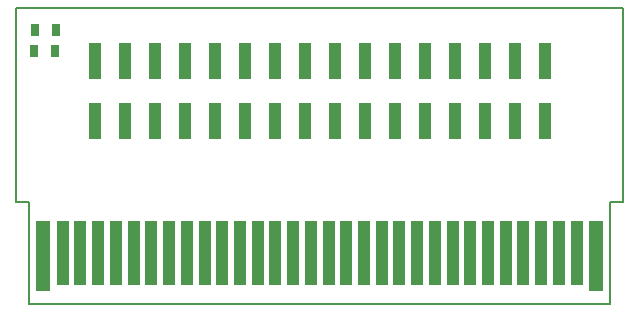
<source format=gbr>
G04 #@! TF.GenerationSoftware,KiCad,Pcbnew,5.1.6-c6e7f7d~86~ubuntu20.04.1*
G04 #@! TF.CreationDate,2020-05-17T16:02:51+03:00*
G04 #@! TF.ProjectId,GB-BRK-M-XS,47422d42-524b-42d4-9d2d-58532e6b6963,v1.0*
G04 #@! TF.SameCoordinates,Original*
G04 #@! TF.FileFunction,Soldermask,Top*
G04 #@! TF.FilePolarity,Negative*
%FSLAX46Y46*%
G04 Gerber Fmt 4.6, Leading zero omitted, Abs format (unit mm)*
G04 Created by KiCad (PCBNEW 5.1.6-c6e7f7d~86~ubuntu20.04.1) date 2020-05-17 16:02:51*
%MOMM*%
%LPD*%
G01*
G04 APERTURE LIST*
G04 #@! TA.AperFunction,Profile*
%ADD10C,0.150000*%
G04 #@! TD*
%ADD11R,1.300000X6.000000*%
%ADD12R,1.000000X5.500000*%
%ADD13R,0.670000X1.000000*%
%ADD14R,1.000000X3.150000*%
G04 APERTURE END LIST*
D10*
X74300000Y-75000000D02*
X125700000Y-75000000D01*
X74300000Y-91400000D02*
X74300000Y-75000000D01*
X75400000Y-91400000D02*
X74300000Y-91400000D01*
X75400000Y-100000000D02*
X75400000Y-91400000D01*
X125700000Y-91400000D02*
X125700000Y-75000000D01*
X124600000Y-91400000D02*
X125700000Y-91400000D01*
X124600000Y-100000000D02*
X124600000Y-91400000D01*
X75400000Y-100000000D02*
X124600000Y-100000000D01*
D11*
X123400000Y-96000000D03*
D12*
X121750000Y-95750000D03*
X120250000Y-95750000D03*
X118750000Y-95750000D03*
X117250000Y-95750000D03*
X115750000Y-95750000D03*
X114250000Y-95750000D03*
X112750000Y-95750000D03*
X111250000Y-95750000D03*
X109750000Y-95750000D03*
X108250000Y-95750000D03*
X106750000Y-95750000D03*
X105250000Y-95750000D03*
X103750000Y-95750000D03*
X102250000Y-95750000D03*
X100750000Y-95750000D03*
X99250000Y-95750000D03*
X97750000Y-95750000D03*
X96250000Y-95750000D03*
X94750000Y-95750000D03*
X93250000Y-95750000D03*
X91750000Y-95750000D03*
X90250000Y-95750000D03*
X88750000Y-95750000D03*
X87250000Y-95750000D03*
X85750000Y-95750000D03*
X84250000Y-95750000D03*
X82750000Y-95750000D03*
X81250000Y-95750000D03*
X79750000Y-95750000D03*
D11*
X76600000Y-96000000D03*
D12*
X78250000Y-95750000D03*
D13*
X77675000Y-76800000D03*
X75925000Y-76800000D03*
D14*
X80950000Y-84525000D03*
X80950000Y-79475000D03*
X83490000Y-84525000D03*
X83490000Y-79475000D03*
X86030000Y-84525000D03*
X86030000Y-79475000D03*
X88570000Y-84525000D03*
X88570000Y-79475000D03*
X91110000Y-84525000D03*
X91110000Y-79475000D03*
X93650000Y-84525000D03*
X93650000Y-79475000D03*
X96190000Y-84525000D03*
X96190000Y-79475000D03*
X98730000Y-84525000D03*
X98730000Y-79475000D03*
X101270000Y-84525000D03*
X101270000Y-79475000D03*
X103810000Y-84525000D03*
X103810000Y-79475000D03*
X106350000Y-84525000D03*
X106350000Y-79475000D03*
X108890000Y-84525000D03*
X108890000Y-79475000D03*
X111430000Y-84525000D03*
X111430000Y-79475000D03*
X113970000Y-84525000D03*
X113970000Y-79475000D03*
X116510000Y-84525000D03*
X116510000Y-79475000D03*
X119050000Y-84525000D03*
X119050000Y-79475000D03*
D13*
X77575000Y-78600000D03*
X75825000Y-78600000D03*
M02*

</source>
